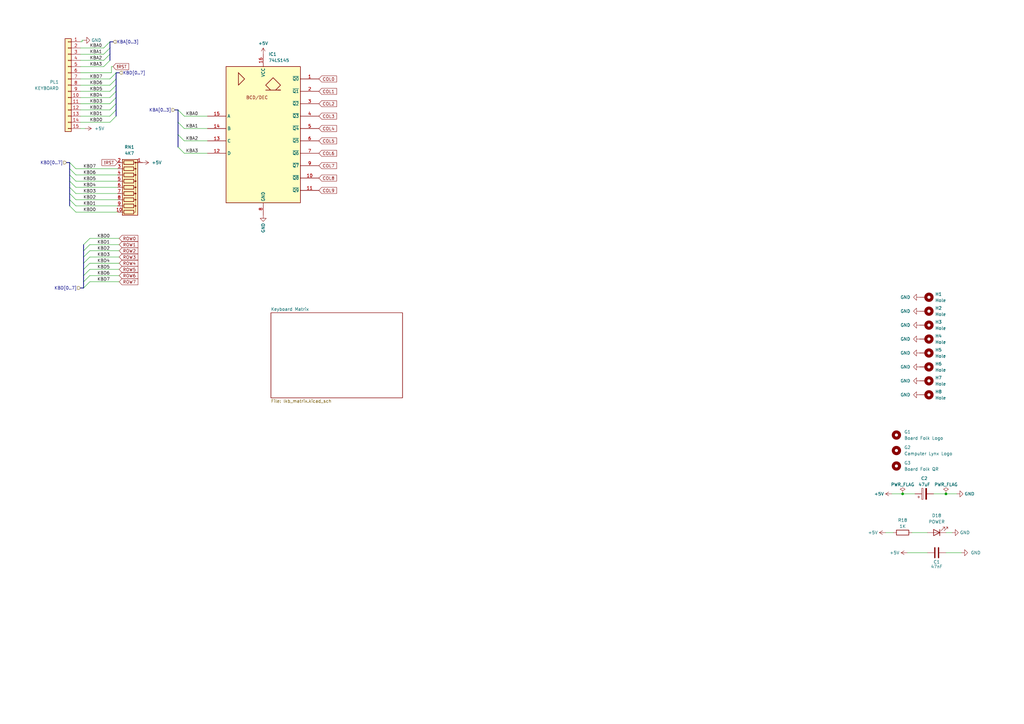
<source format=kicad_sch>
(kicad_sch (version 20230121) (generator eeschema)
  (paper "A3")
  (lib_symbols
    (symbol "74xx_IEEE:7445"
      (property "Reference" "U" (at 12.7 30.48 0))
      (property "Value" "7445" (at 15.24 -30.48 0))
      (symbol "7445_0_0"
        (polyline (pts (xy 7.112 18.288) (xy 6.096 18.288) (xy 6.096 18.288)) (stroke (width 0.254)) (fill (type background)))
        (polyline (pts (xy -10.16 25.4) (xy -10.16 20.32) (xy -7.62 22.86) (xy -10.16 25.4) (xy -10.16 25.4)) (stroke (width 0.254)) (fill (type background)))
        (polyline (pts (xy 5.08 18.288) (xy 7.112 20.32) (xy 4.064 23.368) (xy 1.016 20.32) (xy 3.048 18.288) (xy 1.016 18.288) (xy 7.112 18.288)) (stroke (width 0.254)) (fill (type background)))
        (text "BCD/DEC" (at -2.54 15.24 0) (effects (font (size 1.27 1.27))))
        (pin power_in line (at 0 33.02 270) (length 5.08) (name "VCC") (number "16"))
        (pin power_in line (at 0 -33.02 90) (length 5.08) (name "GND") (number "8"))
      )
      (symbol "7445_0_1"
        (rectangle (start -15.24 27.94) (end 15.24 -27.94) (stroke (width 0.254)) (fill (type background)))
      )
      (symbol "7445_1_1"
        (pin open_collector line (at 22.86 22.86 180) (length 7.62) (name "~{Q0}") (number "1"))
        (pin open_collector line (at 22.86 -17.78 180) (length 7.62) (name "~{Q8}") (number "10"))
        (pin open_collector line (at 22.86 -22.86 180) (length 7.62) (name "~{Q9}") (number "11"))
        (pin input line (at -22.86 -7.62 0) (length 7.62) (name "D") (number "12"))
        (pin input line (at -22.86 -2.54 0) (length 7.62) (name "C") (number "13"))
        (pin input line (at -22.86 2.54 0) (length 7.62) (name "B") (number "14"))
        (pin input line (at -22.86 7.62 0) (length 7.62) (name "A") (number "15"))
        (pin open_collector line (at 22.86 17.78 180) (length 7.62) (name "~{Q1}") (number "2"))
        (pin open_collector line (at 22.86 12.7 180) (length 7.62) (name "~{Q2}") (number "3"))
        (pin open_collector line (at 22.86 7.62 180) (length 7.62) (name "~{Q3}") (number "4"))
        (pin open_collector line (at 22.86 2.54 180) (length 7.62) (name "~{Q4}") (number "5"))
        (pin open_collector line (at 22.86 -2.54 180) (length 7.62) (name "~{Q5}") (number "6"))
        (pin open_collector line (at 22.86 -7.62 180) (length 7.62) (name "~{Q6}") (number "7"))
        (pin open_collector line (at 22.86 -12.7 180) (length 7.62) (name "~{Q7}") (number "9"))
      )
    )
    (symbol "Connector_Generic:Conn_01x15" (pin_names (offset 1.016) hide)
      (property "Reference" "J" (at 0 20.32 0))
      (property "Value" "Conn_01x15" (at 0 -20.32 0))
      (symbol "Conn_01x15_1_1"
        (rectangle (start -1.27 -17.653) (end 0 -17.907) (stroke (width 0.1524)))
        (rectangle (start -1.27 -15.113) (end 0 -15.367) (stroke (width 0.1524)))
        (rectangle (start -1.27 -12.573) (end 0 -12.827) (stroke (width 0.1524)))
        (rectangle (start -1.27 -10.033) (end 0 -10.287) (stroke (width 0.1524)))
        (rectangle (start -1.27 -7.493) (end 0 -7.747) (stroke (width 0.1524)))
        (rectangle (start -1.27 -4.953) (end 0 -5.207) (stroke (width 0.1524)))
        (rectangle (start -1.27 -2.413) (end 0 -2.667) (stroke (width 0.1524)))
        (rectangle (start -1.27 0.127) (end 0 -0.127) (stroke (width 0.1524)))
        (rectangle (start -1.27 2.667) (end 0 2.413) (stroke (width 0.1524)))
        (rectangle (start -1.27 5.207) (end 0 4.953) (stroke (width 0.1524)))
        (rectangle (start -1.27 7.747) (end 0 7.493) (stroke (width 0.1524)))
        (rectangle (start -1.27 10.287) (end 0 10.033) (stroke (width 0.1524)))
        (rectangle (start -1.27 12.827) (end 0 12.573) (stroke (width 0.1524)))
        (rectangle (start -1.27 15.367) (end 0 15.113) (stroke (width 0.1524)))
        (rectangle (start -1.27 17.907) (end 0 17.653) (stroke (width 0.1524)))
        (rectangle (start -1.27 19.05) (end 1.27 -19.05) (stroke (width 0.254)) (fill (type background)))
        (pin passive line (at -5.08 17.78 0) (length 3.81) (name "Pin_1") (number "1"))
        (pin passive line (at -5.08 -5.08 0) (length 3.81) (name "Pin_10") (number "10"))
        (pin passive line (at -5.08 -7.62 0) (length 3.81) (name "Pin_11") (number "11"))
        (pin passive line (at -5.08 -10.16 0) (length 3.81) (name "Pin_12") (number "12"))
        (pin passive line (at -5.08 -12.7 0) (length 3.81) (name "Pin_13") (number "13"))
        (pin passive line (at -5.08 -15.24 0) (length 3.81) (name "Pin_14") (number "14"))
        (pin passive line (at -5.08 -17.78 0) (length 3.81) (name "Pin_15") (number "15"))
        (pin passive line (at -5.08 15.24 0) (length 3.81) (name "Pin_2") (number "2"))
        (pin passive line (at -5.08 12.7 0) (length 3.81) (name "Pin_3") (number "3"))
        (pin passive line (at -5.08 10.16 0) (length 3.81) (name "Pin_4") (number "4"))
        (pin passive line (at -5.08 7.62 0) (length 3.81) (name "Pin_5") (number "5"))
        (pin passive line (at -5.08 5.08 0) (length 3.81) (name "Pin_6") (number "6"))
        (pin passive line (at -5.08 2.54 0) (length 3.81) (name "Pin_7") (number "7"))
        (pin passive line (at -5.08 0 0) (length 3.81) (name "Pin_8") (number "8"))
        (pin passive line (at -5.08 -2.54 0) (length 3.81) (name "Pin_9") (number "9"))
      )
    )
    (symbol "Device:C" (pin_numbers hide) (pin_names (offset 0.254))
      (property "Reference" "C" (at 0.635 2.54 0))
      (property "Value" "C" (at 0.635 -2.54 0))
      (symbol "C_0_1"
        (polyline (pts (xy -2.032 -0.762) (xy 2.032 -0.762)) (stroke (width 0.508)))
        (polyline (pts (xy -2.032 0.762) (xy 2.032 0.762)) (stroke (width 0.508)))
      )
      (symbol "C_1_1"
        (pin passive line (at 0 3.81 270) (length 2.794) (name "~") (number "1"))
        (pin passive line (at 0 -3.81 90) (length 2.794) (name "~") (number "2"))
      )
    )
    (symbol "Device:C_Polarized" (pin_numbers hide) (pin_names (offset 0.254))
      (property "Reference" "C" (at 0.635 2.54 0))
      (property "Value" "C_Polarized" (at 0.635 -2.54 0))
      (symbol "C_Polarized_0_1"
        (rectangle (start -2.286 0.508) (end 2.286 1.016))
        (polyline (pts (xy -1.778 2.286) (xy -0.762 2.286)))
        (polyline (pts (xy -1.27 2.794) (xy -1.27 1.778)))
        (rectangle (start 2.286 -0.508) (end -2.286 -1.016) (fill (type outline)))
      )
      (symbol "C_Polarized_1_1"
        (pin passive line (at 0 3.81 270) (length 2.794) (name "~") (number "1"))
        (pin passive line (at 0 -3.81 90) (length 2.794) (name "~") (number "2"))
      )
    )
    (symbol "Device:LED" (pin_numbers hide) (pin_names (offset 1.016) hide)
      (property "Reference" "D" (at 0 2.54 0))
      (property "Value" "LED" (at 0 -2.54 0))
      (symbol "LED_0_1"
        (polyline (pts (xy -1.27 -1.27) (xy -1.27 1.27)) (stroke (width 0.254)))
        (polyline (pts (xy -1.27 0) (xy 1.27 0)))
        (polyline (pts (xy 1.27 -1.27) (xy 1.27 1.27) (xy -1.27 0) (xy 1.27 -1.27)) (stroke (width 0.254)))
        (polyline (pts (xy -3.048 -0.762) (xy -4.572 -2.286) (xy -3.81 -2.286) (xy -4.572 -2.286) (xy -4.572 -1.524)))
        (polyline (pts (xy -1.778 -0.762) (xy -3.302 -2.286) (xy -2.54 -2.286) (xy -3.302 -2.286) (xy -3.302 -1.524)))
      )
      (symbol "LED_1_1"
        (pin passive line (at -3.81 0 0) (length 2.54) (name "K") (number "1"))
        (pin passive line (at 3.81 0 180) (length 2.54) (name "A") (number "2"))
      )
    )
    (symbol "Device:R" (pin_numbers hide) (pin_names (offset 0))
      (property "Reference" "R" (at 2.032 0 90))
      (property "Value" "R" (at 0 0 90))
      (symbol "R_0_1"
        (rectangle (start -1.016 -2.54) (end 1.016 2.54) (stroke (width 0.254)))
      )
      (symbol "R_1_1"
        (pin passive line (at 0 3.81 270) (length 1.27) (name "~") (number "1"))
        (pin passive line (at 0 -3.81 90) (length 1.27) (name "~") (number "2"))
      )
    )
    (symbol "Device:R_Network09" (pin_names (offset 0) hide)
      (property "Reference" "RN" (at -12.7 0 90))
      (property "Value" "R_Network09" (at 12.7 0 90))
      (symbol "R_Network09_0_1"
        (rectangle (start -11.43 -3.175) (end 11.43 3.175) (stroke (width 0.254)) (fill (type background)))
        (rectangle (start -10.922 1.524) (end -9.398 -2.54) (stroke (width 0.254)))
        (circle (center -10.16 2.286) (radius 0.254) (fill (type outline)))
        (rectangle (start -8.382 1.524) (end -6.858 -2.54) (stroke (width 0.254)))
        (circle (center -7.62 2.286) (radius 0.254) (fill (type outline)))
        (rectangle (start -5.842 1.524) (end -4.318 -2.54) (stroke (width 0.254)))
        (circle (center -5.08 2.286) (radius 0.254) (fill (type outline)))
        (rectangle (start -3.302 1.524) (end -1.778 -2.54) (stroke (width 0.254)))
        (circle (center -2.54 2.286) (radius 0.254) (fill (type outline)))
        (rectangle (start -0.762 1.524) (end 0.762 -2.54) (stroke (width 0.254)))
        (polyline (pts (xy -10.16 -2.54) (xy -10.16 -3.81)))
        (polyline (pts (xy -7.62 -2.54) (xy -7.62 -3.81)))
        (polyline (pts (xy -5.08 -2.54) (xy -5.08 -3.81)))
        (polyline (pts (xy -2.54 -2.54) (xy -2.54 -3.81)))
        (polyline (pts (xy 0 -2.54) (xy 0 -3.81)))
        (polyline (pts (xy 2.54 -2.54) (xy 2.54 -3.81)))
        (polyline (pts (xy 5.08 -2.54) (xy 5.08 -3.81)))
        (polyline (pts (xy 7.62 -2.54) (xy 7.62 -3.81)))
        (polyline (pts (xy 10.16 -2.54) (xy 10.16 -3.81)))
        (polyline (pts (xy -10.16 1.524) (xy -10.16 2.286) (xy -7.62 2.286) (xy -7.62 1.524)))
        (polyline (pts (xy -7.62 1.524) (xy -7.62 2.286) (xy -5.08 2.286) (xy -5.08 1.524)))
        (polyline (pts (xy -5.08 1.524) (xy -5.08 2.286) (xy -2.54 2.286) (xy -2.54 1.524)))
        (polyline (pts (xy -2.54 1.524) (xy -2.54 2.286) (xy 0 2.286) (xy 0 1.524)))
        (polyline (pts (xy 0 1.524) (xy 0 2.286) (xy 2.54 2.286) (xy 2.54 1.524)))
        (polyline (pts (xy 2.54 1.524) (xy 2.54 2.286) (xy 5.08 2.286) (xy 5.08 1.524)))
        (polyline (pts (xy 5.08 1.524) (xy 5.08 2.286) (xy 7.62 2.286) (xy 7.62 1.524)))
        (polyline (pts (xy 7.62 1.524) (xy 7.62 2.286) (xy 10.16 2.286) (xy 10.16 1.524)))
        (circle (center 0 2.286) (radius 0.254) (fill (type outline)))
        (rectangle (start 1.778 1.524) (end 3.302 -2.54) (stroke (width 0.254)))
        (circle (center 2.54 2.286) (radius 0.254) (fill (type outline)))
        (rectangle (start 4.318 1.524) (end 5.842 -2.54) (stroke (width 0.254)))
        (circle (center 5.08 2.286) (radius 0.254) (fill (type outline)))
        (rectangle (start 6.858 1.524) (end 8.382 -2.54) (stroke (width 0.254)))
        (circle (center 7.62 2.286) (radius 0.254) (fill (type outline)))
        (rectangle (start 9.398 1.524) (end 10.922 -2.54) (stroke (width 0.254)))
      )
      (symbol "R_Network09_1_1"
        (pin passive line (at -10.16 5.08 270) (length 2.54) (name "common") (number "1"))
        (pin passive line (at 10.16 -5.08 90) (length 1.27) (name "R9") (number "10"))
        (pin passive line (at -10.16 -5.08 90) (length 1.27) (name "R1") (number "2"))
        (pin passive line (at -7.62 -5.08 90) (length 1.27) (name "R2") (number "3"))
        (pin passive line (at -5.08 -5.08 90) (length 1.27) (name "R3") (number "4"))
        (pin passive line (at -2.54 -5.08 90) (length 1.27) (name "R4") (number "5"))
        (pin passive line (at 0 -5.08 90) (length 1.27) (name "R5") (number "6"))
        (pin passive line (at 2.54 -5.08 90) (length 1.27) (name "R6") (number "7"))
        (pin passive line (at 5.08 -5.08 90) (length 1.27) (name "R7") (number "8"))
        (pin passive line (at 7.62 -5.08 90) (length 1.27) (name "R8") (number "9"))
      )
    )
    (symbol "Mechanical:MountingHole" (pin_names (offset 1.016))
      (property "Reference" "H" (at 0 5.08 0))
      (property "Value" "MountingHole" (at 0 3.175 0))
      (symbol "MountingHole_0_1"
        (circle (center 0 0) (radius 1.27) (stroke (width 1.27)))
      )
    )
    (symbol "Mechanical:MountingHole_Pad" (pin_numbers hide) (pin_names (offset 1.016) hide)
      (property "Reference" "H" (at 0 6.35 0))
      (property "Value" "MountingHole_Pad" (at 0 4.445 0))
      (symbol "MountingHole_Pad_0_1"
        (circle (center 0 1.27) (radius 1.27) (stroke (width 1.27)))
      )
      (symbol "MountingHole_Pad_1_1"
        (pin input line (at 0 -2.54 90) (length 2.54) (name "1") (number "1"))
      )
    )
    (symbol "power:+5V" (power) (pin_names (offset 0))
      (property "Value" "+5V" (at 0 3.556 0))
      (symbol "+5V_0_1"
        (polyline (pts (xy -0.762 1.27) (xy 0 2.54)))
        (polyline (pts (xy 0 0) (xy 0 2.54)))
        (polyline (pts (xy 0 2.54) (xy 0.762 1.27)))
      )
      (symbol "+5V_1_1"
        (pin power_in line (at 0 0 90) (length 0) hide (name "+5V") (number "1"))
      )
    )
    (symbol "power:GND" (power) (pin_names (offset 0))
      (property "Value" "GND" (at 0 -3.81 0))
      (symbol "GND_0_1"
        (polyline (pts (xy 0 0) (xy 0 -1.27) (xy 1.27 -1.27) (xy 0 -2.54) (xy -1.27 -1.27) (xy 0 -1.27)))
      )
      (symbol "GND_1_1"
        (pin power_in line (at 0 0 270) (length 0) hide (name "GND") (number "1"))
      )
    )
    (symbol "power:PWR_FLAG" (power) (pin_numbers hide) (pin_names (offset 0) hide)
      (property "Value" "PWR_FLAG" (at 0 3.81 0))
      (symbol "PWR_FLAG_0_0"
        (pin power_out line (at 0 0 90) (length 0) (name "pwr") (number "1"))
      )
      (symbol "PWR_FLAG_0_1"
        (polyline (pts (xy 0 0) (xy 0 1.27) (xy -1.016 1.905) (xy 0 2.54) (xy 1.016 1.905) (xy 0 1.27)))
      )
    )
  )
  (junction (at 387.985 202.565))
  (junction (at 370.205 202.565))
  (bus_entry (at 47.625 29.845) (size -2.54 2.54))
  (bus_entry (at 34.29 105.41) (size 2.54 -2.54))
  (bus_entry (at 45.085 22.225) (size -2.54 2.54))
  (bus_entry (at 28.575 69.215) (size 2.54 2.54))
  (bus_entry (at 73.025 50.165) (size 2.54 2.54))
  (bus_entry (at 28.575 71.755) (size 2.54 2.54))
  (bus_entry (at 34.29 102.87) (size 2.54 -2.54))
  (bus_entry (at 34.29 107.95) (size 2.54 -2.54))
  (bus_entry (at 47.625 32.385) (size -2.54 2.54))
  (bus_entry (at 34.29 110.49) (size 2.54 -2.54))
  (bus_entry (at 34.29 115.57) (size 2.54 -2.54))
  (bus_entry (at 47.625 40.005) (size -2.54 2.54))
  (bus_entry (at 47.625 34.925) (size -2.54 2.54))
  (bus_entry (at 45.085 17.145) (size -2.54 2.54))
  (bus_entry (at 45.085 19.685) (size -2.54 2.54))
  (bus_entry (at 34.29 113.03) (size 2.54 -2.54))
  (bus_entry (at 28.575 79.375) (size 2.54 2.54))
  (bus_entry (at 47.625 47.625) (size -2.54 2.54))
  (bus_entry (at 34.29 100.33) (size 2.54 -2.54))
  (bus_entry (at 34.29 118.11) (size 2.54 -2.54))
  (bus_entry (at 28.575 74.295) (size 2.54 2.54))
  (bus_entry (at 28.575 76.835) (size 2.54 2.54))
  (bus_entry (at 73.025 55.245) (size 2.54 2.54))
  (bus_entry (at 28.575 81.915) (size 2.54 2.54))
  (bus_entry (at 73.025 60.325) (size 2.54 2.54))
  (bus_entry (at 28.575 66.675) (size 2.54 2.54))
  (bus_entry (at 73.025 45.085) (size 2.54 2.54))
  (bus_entry (at 28.575 84.455) (size 2.54 2.54))
  (bus_entry (at 47.625 37.465) (size -2.54 2.54))
  (bus_entry (at 45.085 24.765) (size -2.54 2.54))
  (bus_entry (at 47.625 45.085) (size -2.54 2.54))
  (bus_entry (at 47.625 42.545) (size -2.54 2.54))
  (bus (pts (xy 28.575 76.835) (xy 28.575 79.375)))
  (bus (pts (xy 28.575 71.755) (xy 28.575 74.295)))
  (bus (pts (xy 73.025 55.245) (xy 73.025 60.325)))
  (wire (pts (xy 31.115 74.295) (xy 48.26 74.295)))
  (wire (pts (xy 85.09 57.785) (xy 75.565 57.785)))
  (bus (pts (xy 47.625 32.385) (xy 47.625 34.925)))
  (wire (pts (xy 48.895 115.57) (xy 36.83 115.57)))
  (wire (pts (xy 48.895 107.95) (xy 36.83 107.95)))
  (wire (pts (xy 33.02 47.625) (xy 45.085 47.625)))
  (bus (pts (xy 45.085 19.685) (xy 45.085 22.225)))
  (wire (pts (xy 372.11 226.695) (xy 380.365 226.695)))
  (bus (pts (xy 71.755 45.085) (xy 73.025 45.085)))
  (wire (pts (xy 34.29 16.51) (xy 33.655 16.51)))
  (wire (pts (xy 45.72 27.305) (xy 46.355 27.305)))
  (wire (pts (xy 33.02 27.305) (xy 42.545 27.305)))
  (wire (pts (xy 387.985 226.695) (xy 394.335 226.695)))
  (bus (pts (xy 33.02 118.11) (xy 34.29 118.11)))
  (wire (pts (xy 33.02 19.685) (xy 42.545 19.685)))
  (wire (pts (xy 85.09 62.865) (xy 75.565 62.865)))
  (wire (pts (xy 33.02 29.845) (xy 45.72 29.845)))
  (wire (pts (xy 34.925 52.705) (xy 33.02 52.705)))
  (wire (pts (xy 33.655 16.51) (xy 33.655 17.145)))
  (wire (pts (xy 31.115 71.755) (xy 48.26 71.755)))
  (wire (pts (xy 33.02 40.005) (xy 45.085 40.005)))
  (bus (pts (xy 34.29 102.87) (xy 34.29 100.33)))
  (wire (pts (xy 33.02 32.385) (xy 45.085 32.385)))
  (wire (pts (xy 33.02 22.225) (xy 42.545 22.225)))
  (wire (pts (xy 31.115 84.455) (xy 48.26 84.455)))
  (wire (pts (xy 48.895 97.79) (xy 36.83 97.79)))
  (wire (pts (xy 33.655 17.145) (xy 33.02 17.145)))
  (wire (pts (xy 374.015 218.44) (xy 380.365 218.44)))
  (bus (pts (xy 34.29 107.95) (xy 34.29 105.41)))
  (wire (pts (xy 370.205 202.565) (xy 375.285 202.565)))
  (bus (pts (xy 34.29 115.57) (xy 34.29 113.03)))
  (bus (pts (xy 46.355 17.145) (xy 45.085 17.145)))
  (bus (pts (xy 47.625 37.465) (xy 47.625 40.005)))
  (wire (pts (xy 48.895 110.49) (xy 36.83 110.49)))
  (wire (pts (xy 387.985 202.565) (xy 392.43 202.565)))
  (wire (pts (xy 33.02 50.165) (xy 45.085 50.165)))
  (bus (pts (xy 48.895 29.845) (xy 47.625 29.845)))
  (wire (pts (xy 85.09 52.705) (xy 75.565 52.705)))
  (bus (pts (xy 28.575 66.675) (xy 28.575 69.215)))
  (wire (pts (xy 363.22 218.44) (xy 366.395 218.44)))
  (wire (pts (xy 33.02 42.545) (xy 45.085 42.545)))
  (bus (pts (xy 28.575 74.295) (xy 28.575 76.835)))
  (bus (pts (xy 47.625 42.545) (xy 47.625 45.085)))
  (wire (pts (xy 48.895 113.03) (xy 36.83 113.03)))
  (wire (pts (xy 31.115 79.375) (xy 48.26 79.375)))
  (wire (pts (xy 31.115 69.215) (xy 48.26 69.215)))
  (wire (pts (xy 33.02 37.465) (xy 45.085 37.465)))
  (bus (pts (xy 47.625 34.925) (xy 47.625 37.465)))
  (wire (pts (xy 48.895 100.33) (xy 36.83 100.33)))
  (wire (pts (xy 33.02 24.765) (xy 42.545 24.765)))
  (bus (pts (xy 45.085 17.145) (xy 45.085 19.685)))
  (bus (pts (xy 34.29 118.11) (xy 34.29 115.57)))
  (bus (pts (xy 73.025 50.165) (xy 73.025 55.245)))
  (bus (pts (xy 28.575 69.215) (xy 28.575 71.755)))
  (wire (pts (xy 48.895 105.41) (xy 36.83 105.41)))
  (wire (pts (xy 85.09 47.625) (xy 75.565 47.625)))
  (wire (pts (xy 365.76 202.565) (xy 370.205 202.565)))
  (bus (pts (xy 34.29 105.41) (xy 34.29 102.87)))
  (bus (pts (xy 47.625 29.845) (xy 47.625 32.385)))
  (bus (pts (xy 34.29 113.03) (xy 34.29 110.49)))
  (bus (pts (xy 28.575 79.375) (xy 28.575 81.915)))
  (wire (pts (xy 48.895 102.87) (xy 36.83 102.87)))
  (bus (pts (xy 47.625 45.085) (xy 47.625 47.625)))
  (bus (pts (xy 45.085 22.225) (xy 45.085 24.765)))
  (bus (pts (xy 47.625 40.005) (xy 47.625 42.545)))
  (wire (pts (xy 387.985 218.44) (xy 390.525 218.44)))
  (bus (pts (xy 34.29 110.49) (xy 34.29 107.95)))
  (bus (pts (xy 28.575 81.915) (xy 28.575 84.455)))
  (wire (pts (xy 45.72 29.845) (xy 45.72 27.305)))
  (wire (pts (xy 31.115 86.995) (xy 48.26 86.995)))
  (wire (pts (xy 31.115 76.835) (xy 48.26 76.835)))
  (bus (pts (xy 27.305 66.675) (xy 28.575 66.675)))
  (wire (pts (xy 33.02 34.925) (xy 45.085 34.925)))
  (wire (pts (xy 382.905 202.565) (xy 387.985 202.565)))
  (bus (pts (xy 73.025 45.085) (xy 73.025 50.165)))
  (wire (pts (xy 31.115 81.915) (xy 48.26 81.915)))
  (wire (pts (xy 33.02 45.085) (xy 45.085 45.085)))
  (label "KBD7" (at 39.37 69.215 180))
  (label "KBA3" (at 36.83 27.305 0))
  (label "KBD4" (at 36.83 40.005 0))
  (label "KBA2" (at 36.83 24.765 0))
  (label "KBD2" (at 36.83 45.085 0))
  (label "KBA1" (at 81.28 52.705 180))
  (label "KBD6" (at 39.37 71.755 180))
  (label "KBD0" (at 36.83 50.165 0))
  (label "KBA0" (at 81.28 47.625 180))
  (label "KBA0" (at 36.83 19.685 0))
  (label "KBD4" (at 45.085 107.95 180))
  (label "KBD6" (at 36.83 34.925 0))
  (label "KBA1" (at 36.83 22.225 0))
  (label "KBD3" (at 36.83 42.545 0))
  (label "KBD1" (at 39.37 84.455 180))
  (label "KBD1" (at 36.83 47.625 0))
  (label "KBA3" (at 81.28 62.865 180))
  (label "KBD2" (at 45.085 102.87 180))
  (label "KBD5" (at 36.83 37.465 0))
  (label "KBD0" (at 45.085 97.79 180))
  (label "KBD5" (at 39.37 74.295 180))
  (label "KBD4" (at 39.37 76.835 180))
  (label "KBD5" (at 45.085 110.49 180))
  (label "KBD3" (at 39.37 79.375 180))
  (label "KBA2" (at 81.28 57.785 180))
  (label "KBD0" (at 39.37 86.995 180))
  (label "KBD7" (at 45.085 115.57 180))
  (label "KBD6" (at 45.085 113.03 180))
  (label "KBD7" (at 36.83 32.385 0))
  (label "KBD3" (at 45.085 105.41 180))
  (label "KBD2" (at 39.37 81.915 180))
  (label "KBD1" (at 45.085 100.33 180))
  (global_label "!RST" (shape input) (at 46.355 27.305 0) (property "Intersheetrefs" "${INTERSHEET_REFS}" (effects hide)))
  (global_label "COL5" (shape input) (at 130.81 57.785 0) (property "Intersheetrefs" "${INTERSHEET_REFS}" (effects hide)))
  (global_label "COL8" (shape input) (at 130.81 73.025 0) (property "Intersheetrefs" "${INTERSHEET_REFS}" (effects hide)))
  (global_label "ROW6" (shape input) (at 48.895 113.03 0) (property "Intersheetrefs" "${INTERSHEET_REFS}" (effects hide)))
  (global_label "ROW2" (shape input) (at 48.895 102.87 0) (property "Intersheetrefs" "${INTERSHEET_REFS}" (effects hide)))
  (global_label "COL0" (shape input) (at 130.81 32.385 0) (property "Intersheetrefs" "${INTERSHEET_REFS}" (effects hide)))
  (global_label "COL6" (shape input) (at 130.81 62.865 0) (property "Intersheetrefs" "${INTERSHEET_REFS}" (effects hide)))
  (global_label "COL2" (shape input) (at 130.81 42.545 0) (property "Intersheetrefs" "${INTERSHEET_REFS}" (effects hide)))
  (global_label "ROW0" (shape input) (at 48.895 97.79 0) (property "Intersheetrefs" "${INTERSHEET_REFS}" (effects hide)))
  (global_label "ROW1" (shape input) (at 48.895 100.33 0) (property "Intersheetrefs" "${INTERSHEET_REFS}" (effects hide)))
  (global_label "COL9" (shape input) (at 130.81 78.105 0) (property "Intersheetrefs" "${INTERSHEET_REFS}" (effects hide)))
  (global_label "ROW4" (shape input) (at 48.895 107.95 0) (property "Intersheetrefs" "${INTERSHEET_REFS}" (effects hide)))
  (global_label "COL4" (shape input) (at 130.81 52.705 0) (property "Intersheetrefs" "${INTERSHEET_REFS}" (effects hide)))
  (global_label "COL3" (shape input) (at 130.81 47.625 0) (property "Intersheetrefs" "${INTERSHEET_REFS}" (effects hide)))
  (global_label "ROW5" (shape input) (at 48.895 110.49 0) (property "Intersheetrefs" "${INTERSHEET_REFS}" (effects hide)))
  (global_label "COL7" (shape input) (at 130.81 67.945 0) (property "Intersheetrefs" "${INTERSHEET_REFS}" (effects hide)))
  (global_label "ROW7" (shape input) (at 48.895 115.57 0) (property "Intersheetrefs" "${INTERSHEET_REFS}" (effects hide)))
  (global_label "!RST" (shape input) (at 48.26 66.675 180) (property "Intersheetrefs" "${INTERSHEET_REFS}" (effects hide)))
  (global_label "COL1" (shape input) (at 130.81 37.465 0) (property "Intersheetrefs" "${INTERSHEET_REFS}" (effects hide)))
  (global_label "ROW3" (shape input) (at 48.895 105.41 0) (property "Intersheetrefs" "${INTERSHEET_REFS}" (effects hide)))
  (hierarchical_label "KBA[0..3]" (shape input) (at 46.355 17.145 0))
  (hierarchical_label "KBD[0..7]" (shape input) (at 33.02 118.11 180))
  (hierarchical_label "KBD[0..7]" (shape input) (at 27.305 66.675 180))
  (hierarchical_label "KBA[0..3]" (shape input) (at 71.755 45.085 180))
  (hierarchical_label "KBD[0..7]" (shape input) (at 48.895 29.845 0))
  (symbol (lib_id "power:PWR_FLAG") (at 387.985 202.565 0) (unit 1)
    (property "Reference" "#FLG02" (effects hide))
    (property "Value" "PWR_FLAG" (at 387.985 198.755 0))
  )
  (symbol (lib_id "power:GND") (at 377.19 156.21 270) (unit 1)
    (property "Reference" "#PWR013" (effects hide))
    (property "Value" "GND" (at 373.38 156.21 90) (effects (justify right)))
  )
  (symbol (lib_id "power:GND") (at 377.19 127.635 270) (unit 1)
    (property "Reference" "#PWR04" (effects hide))
    (property "Value" "GND" (at 373.38 127.635 90) (effects (justify right)))
  )
  (symbol (lib_id "power:GND") (at 390.525 218.44 90) (unit 1)
    (property "Reference" "#PWR019" (effects hide))
    (property "Value" "GND" (at 393.7 218.44 90) (effects (justify right)))
  )
  (symbol (lib_id "power:GND") (at 107.95 88.265 0) (mirror y) (unit 1)
    (property "Reference" "#PWR014" (effects hide))
    (property "Value" "GND" (at 107.95 91.44 90) (effects (justify right)))
  )
  (symbol (lib_id "power:GND") (at 392.43 202.565 90) (unit 1)
    (property "Reference" "#PWR026" (effects hide))
    (property "Value" "GND" (at 395.605 202.565 90) (effects (justify right)))
  )
  (symbol (lib_id "power:GND") (at 394.335 226.695 90) (unit 1)
    (property "Reference" "#PWR028" (effects hide))
    (property "Value" "GND" (at 398.145 226.695 90) (effects (justify right)))
  )
  (symbol (lib_id "Mechanical:MountingHole_Pad") (at 379.73 127.635 270) (unit 1)
    (property "Reference" "H2" (at 383.54 126.365 90) (effects (justify left)))
    (property "Value" "Hole" (at 383.54 128.905 90) (effects (justify left)))
    (property "Footprint" "MountingHole:MountingHole_3.7mm" (effects hide))
  )
  (symbol (lib_id "Mechanical:MountingHole_Pad") (at 379.73 139.065 270) (unit 1)
    (property "Reference" "H4" (at 383.54 137.795 90) (effects (justify left)))
    (property "Value" "Hole" (at 383.54 140.335 90) (effects (justify left)))
    (property "Footprint" "MountingHole:MountingHole_3.7mm" (effects hide))
  )
  (symbol (lib_id "Device:LED") (at 384.175 218.44 180) (unit 1)
    (property "Reference" "D18" (at 384.175 211.455 0))
    (property "Value" "POWER" (at 384.175 213.995 0))
    (property "Footprint" "LED_THT:LED_D5.0mm" (effects hide))
  )
  (symbol (lib_id "Mechanical:MountingHole_Pad") (at 379.73 150.495 270) (unit 1)
    (property "Reference" "H6" (at 383.54 149.225 90) (effects (justify left)))
    (property "Value" "Hole" (at 383.54 151.765 90) (effects (justify left)))
    (property "Footprint" "MountingHole:MountingHole_3.7mm" (effects hide))
  )
  (symbol (lib_id "power:+5V") (at 365.76 202.565 90) (unit 1)
    (property "Reference" "#PWR02" (effects hide))
    (property "Value" "+5V" (at 362.585 202.565 90) (effects (justify left)))
  )
  (symbol (lib_id "power:GND") (at 377.19 133.35 270) (unit 1)
    (property "Reference" "#PWR05" (effects hide))
    (property "Value" "GND" (at 373.38 133.35 90) (effects (justify right)))
  )
  (symbol (lib_id "Device:R_Network09") (at 53.34 76.835 270) (unit 1)
    (property "Reference" "RN1" (at 53.086 60.325 90))
    (property "Value" "4K7" (at 53.086 62.865 90))
    (property "Footprint" "Resistor_THT:R_Array_SIP10" (effects hide))
    (property "Datasheet" "http://www.vishay.com/docs/31509/csc.pdf" (effects hide))
  )
  (symbol (lib_id "power:GND") (at 377.19 144.78 270) (unit 1)
    (property "Reference" "#PWR09" (effects hide))
    (property "Value" "GND" (at 373.38 144.78 90) (effects (justify right)))
  )
  (symbol (lib_id "Mechanical:MountingHole") (at 367.665 191.135 0) (unit 1)
    (property "Reference" "G3" (at 370.84 189.865 0) (effects (justify left)))
    (property "Value" "Board Folk QR" (at 370.84 192.405 0) (effects (justify left)))
    (property "Footprint" "Arduino:bf_qr14" (effects hide))
  )
  (symbol (lib_id "power:GND") (at 377.19 150.495 270) (unit 1)
    (property "Reference" "#PWR010" (effects hide))
    (property "Value" "GND" (at 373.38 150.495 90) (effects (justify right)))
  )
  (symbol (lib_id "power:+5V") (at 363.22 218.44 90) (unit 1)
    (property "Reference" "#PWR020" (effects hide))
    (property "Value" "+5V" (at 360.045 218.44 90) (effects (justify left)))
  )
  (symbol (lib_id "Mechanical:MountingHole_Pad") (at 379.73 121.92 270) (unit 1)
    (property "Reference" "H1" (at 383.54 120.65 90) (effects (justify left)))
    (property "Value" "Hole" (at 383.54 123.19 90) (effects (justify left)))
    (property "Footprint" "MountingHole:MountingHole_3.7mm" (effects hide))
  )
  (symbol (lib_id "power:GND") (at 34.29 16.51 90) (mirror x) (unit 1)
    (property "Reference" "#PWR07" (effects hide))
    (property "Value" "GND" (at 37.465 16.51 90) (effects (justify right)))
  )
  (symbol (lib_id "power:GND") (at 377.19 139.065 270) (unit 1)
    (property "Reference" "#PWR08" (effects hide))
    (property "Value" "GND" (at 373.38 139.065 90) (effects (justify right)))
  )
  (symbol (lib_id "power:+5V") (at 107.95 22.225 0) (unit 1)
    (property "Reference" "#PWR06" (effects hide))
    (property "Value" "+5V" (at 107.95 17.78 0))
  )
  (symbol (lib_id "power:GND") (at 377.19 161.925 270) (unit 1)
    (property "Reference" "#PWR015" (effects hide))
    (property "Value" "GND" (at 373.38 161.925 90) (effects (justify right)))
  )
  (symbol (lib_id "Device:R") (at 370.205 218.44 270) (unit 1)
    (property "Reference" "R18" (at 370.205 213.36 90))
    (property "Value" "1K" (at 370.205 215.9 90))
    (property "Footprint" "Resistor_THT:R_Axial_DIN0204_L3.6mm_D1.6mm_P7.62mm_Horizontal" (effects hide))
  )
  (symbol (lib_id "Mechanical:MountingHole_Pad") (at 379.73 144.78 270) (unit 1)
    (property "Reference" "H5" (at 383.54 143.51 90) (effects (justify left)))
    (property "Value" "Hole" (at 383.54 146.05 90) (effects (justify left)))
    (property "Footprint" "MountingHole:MountingHole_3.7mm" (effects hide))
  )
  (symbol (lib_id "power:GND") (at 377.19 121.92 270) (unit 1)
    (property "Reference" "#PWR027" (effects hide))
    (property "Value" "GND" (at 373.38 121.92 90) (effects (justify right)))
  )
  (symbol (lib_id "Mechanical:MountingHole_Pad") (at 379.73 161.925 270) (unit 1)
    (property "Reference" "H8" (at 383.54 160.655 90) (effects (justify left)))
    (property "Value" "Hole" (at 383.54 163.195 90) (effects (justify left)))
    (property "Footprint" "MountingHole:MountingHole_3.7mm" (effects hide))
  )
  (symbol (lib_id "power:+5V") (at 372.11 226.695 90) (unit 1)
    (property "Reference" "#PWR012" (effects hide))
    (property "Value" "+5V" (at 368.935 226.695 90) (effects (justify left)))
  )
  (symbol (lib_id "Mechanical:MountingHole_Pad") (at 379.73 133.35 270) (unit 1)
    (property "Reference" "H3" (at 383.54 132.08 90) (effects (justify left)))
    (property "Value" "Hole" (at 383.54 134.62 90) (effects (justify left)))
    (property "Footprint" "MountingHole:MountingHole_3.7mm" (effects hide))
  )
  (symbol (lib_id "Connector_Generic:Conn_01x15") (at 27.94 34.925 0) (mirror y) (unit 1)
    (property "Reference" "PL1" (at 24.13 33.655 0) (effects (justify left)))
    (property "Value" "KEYBOARD" (at 24.13 36.195 0) (effects (justify left)))
    (property "Footprint" "Connector_PinHeader_2.54mm:PinHeader_1x15_P2.54mm_Vertical" (effects hide))
  )
  (symbol (lib_id "power:+5V") (at 58.42 66.675 270) (unit 1)
    (property "Reference" "#PWR01" (effects hide))
    (property "Value" "+5V" (at 62.23 66.675 90) (effects (justify left)))
  )
  (symbol (lib_id "power:+5V") (at 34.925 52.705 270) (unit 1)
    (property "Reference" "#PWR011" (effects hide))
    (property "Value" "+5V" (at 38.735 52.705 90) (effects (justify left)))
  )
  (symbol (lib_id "Device:C_Polarized") (at 379.095 202.565 90) (unit 1)
    (property "Reference" "C2" (at 379.095 196.215 90))
    (property "Value" "47uF" (at 379.095 198.755 90))
    (property "Footprint" "Capacitor_THT:CP_Axial_L11.0mm_D5.0mm_P18.00mm_Horizontal" (effects hide))
  )
  (symbol (lib_id "74xx_IEEE:7445") (at 107.95 55.245 0) (unit 1)
    (property "Reference" "IC1" (at 110.1441 22.225 0) (effects (justify left)))
    (property "Value" "74LS145" (at 110.1441 24.765 0) (effects (justify left)))
    (property "Footprint" "Package_DIP:DIP-16_W7.62mm" (effects hide))
  )
  (symbol (lib_id "power:PWR_FLAG") (at 370.205 202.565 0) (unit 1)
    (property "Reference" "#FLG01" (effects hide))
    (property "Value" "PWR_FLAG" (at 370.205 198.755 0))
  )
  (symbol (lib_id "Mechanical:MountingHole") (at 367.665 184.785 0) (unit 1)
    (property "Reference" "G2" (at 370.84 183.515 0) (effects (justify left)))
    (property "Value" "Camputer Lynx Logo" (at 370.84 186.055 0) (effects (justify left)))
    (property "Footprint" "Arduino:CLLogo" (effects hide))
  )
  (symbol (lib_id "Mechanical:MountingHole") (at 367.665 178.435 0) (unit 1)
    (property "Reference" "G1" (at 370.84 177.165 0) (effects (justify left)))
    (property "Value" "Board Folk Logo" (at 370.84 179.705 0) (effects (justify left)))
    (property "Footprint" "Arduino:BF12" (effects hide))
  )
  (symbol (lib_id "Mechanical:MountingHole_Pad") (at 379.73 156.21 270) (unit 1)
    (property "Reference" "H7" (at 383.54 154.94 90) (effects (justify left)))
    (property "Value" "Hole" (at 383.54 157.48 90) (effects (justify left)))
    (property "Footprint" "MountingHole:MountingHole_3.7mm" (effects hide))
  )
  (symbol (lib_id "Device:C") (at 384.175 226.695 270) (unit 1)
    (property "Reference" "C1" (at 384.175 230.505 90))
    (property "Value" "47nF" (at 384.175 232.41 90))
    (property "Footprint" "Capacitor_THT:C_Disc_D4.3mm_W1.9mm_P5.00mm" (effects hide))
  )
  (sheet (at 111.125 128.27) (size 53.975 34.925) (stroke (width 0.1524))
    (property "Sheetname" "Keyboard Matrix" (at 111.125 127.5584 0) (effects (justify left bottom)))
    (property "Sheetfile" "lkb_matrix.kicad_sch" (at 111.125 163.7796 0) (effects (justify left top)))
  )
)
</source>
